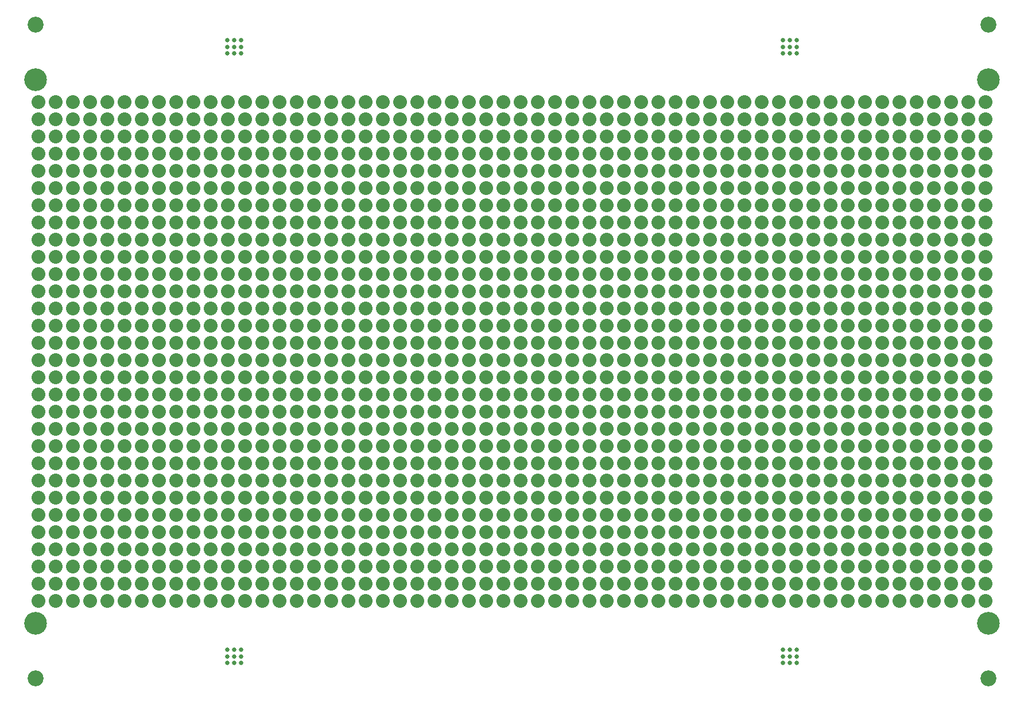
<source format=gbs>
G75*
%MOIN*%
%OFA0B0*%
%FSLAX25Y25*%
%IPPOS*%
%LPD*%
%AMOC8*
5,1,8,0,0,1.08239X$1,22.5*
%
%ADD10C,0.13198*%
%ADD11C,0.02569*%
%ADD12C,0.09261*%
%ADD13C,0.08000*%
D10*
X0016427Y0040580D03*
X0016427Y0356721D03*
X0569576Y0356721D03*
X0569576Y0040580D03*
D11*
X0458356Y0025422D03*
X0458356Y0021485D03*
X0458356Y0017548D03*
X0454419Y0017548D03*
X0454419Y0021485D03*
X0454419Y0025422D03*
X0450482Y0025422D03*
X0450482Y0021485D03*
X0450482Y0017548D03*
X0135521Y0017548D03*
X0131584Y0017548D03*
X0127647Y0017548D03*
X0127647Y0021485D03*
X0127647Y0025422D03*
X0131584Y0025422D03*
X0131584Y0021485D03*
X0135521Y0021485D03*
X0135521Y0025422D03*
X0135521Y0371879D03*
X0135521Y0375816D03*
X0135521Y0379753D03*
X0131584Y0379753D03*
X0127647Y0379753D03*
X0127647Y0375816D03*
X0131584Y0375816D03*
X0131584Y0371879D03*
X0127647Y0371879D03*
X0450482Y0371879D03*
X0450482Y0375816D03*
X0450482Y0379753D03*
X0454419Y0379753D03*
X0458356Y0379753D03*
X0458356Y0375816D03*
X0454419Y0375816D03*
X0454419Y0371879D03*
X0458356Y0371879D03*
D12*
X0016427Y0008690D03*
X0016427Y0388611D03*
X0569576Y0388611D03*
X0569576Y0008690D03*
D13*
X0568001Y0053650D03*
X0558001Y0053650D03*
X0548001Y0053650D03*
X0538001Y0053650D03*
X0528001Y0053650D03*
X0518001Y0053650D03*
X0508001Y0053650D03*
X0498001Y0053650D03*
X0488001Y0053650D03*
X0478001Y0053650D03*
X0468001Y0053650D03*
X0458001Y0053650D03*
X0448001Y0053650D03*
X0438001Y0053650D03*
X0428001Y0053650D03*
X0418001Y0053650D03*
X0408001Y0053650D03*
X0398001Y0053650D03*
X0388001Y0053650D03*
X0378001Y0053650D03*
X0368001Y0053650D03*
X0358001Y0053650D03*
X0348001Y0053650D03*
X0338001Y0053650D03*
X0328001Y0053650D03*
X0318001Y0053650D03*
X0308001Y0053650D03*
X0298001Y0053650D03*
X0288001Y0053650D03*
X0278001Y0053650D03*
X0268001Y0053650D03*
X0258001Y0053650D03*
X0248001Y0053650D03*
X0238001Y0053650D03*
X0228001Y0053650D03*
X0218001Y0053650D03*
X0208001Y0053650D03*
X0198001Y0053650D03*
X0188001Y0053650D03*
X0178001Y0053650D03*
X0168001Y0053650D03*
X0158001Y0053650D03*
X0148001Y0053650D03*
X0138001Y0053650D03*
X0128001Y0053650D03*
X0118001Y0053650D03*
X0108001Y0053650D03*
X0098001Y0053650D03*
X0088001Y0053650D03*
X0078001Y0053650D03*
X0068001Y0053650D03*
X0058001Y0053650D03*
X0048001Y0053650D03*
X0038001Y0053650D03*
X0028001Y0053650D03*
X0018001Y0053650D03*
X0018001Y0063650D03*
X0028001Y0063650D03*
X0028001Y0073650D03*
X0018001Y0073650D03*
X0018001Y0083650D03*
X0028001Y0083650D03*
X0028001Y0093650D03*
X0018001Y0093650D03*
X0018001Y0103650D03*
X0028001Y0103650D03*
X0028001Y0113650D03*
X0018001Y0113650D03*
X0018001Y0123650D03*
X0028001Y0123650D03*
X0028001Y0133650D03*
X0018001Y0133650D03*
X0018001Y0143650D03*
X0028001Y0143650D03*
X0028001Y0153650D03*
X0018001Y0153650D03*
X0018001Y0163650D03*
X0028001Y0163650D03*
X0028001Y0173650D03*
X0018001Y0173650D03*
X0018001Y0183650D03*
X0028001Y0183650D03*
X0028001Y0193650D03*
X0018001Y0193650D03*
X0018001Y0203650D03*
X0028001Y0203650D03*
X0028001Y0213650D03*
X0018001Y0213650D03*
X0018001Y0223650D03*
X0028001Y0223650D03*
X0028001Y0233650D03*
X0018001Y0233650D03*
X0018001Y0243650D03*
X0028001Y0243650D03*
X0028001Y0253650D03*
X0018001Y0253650D03*
X0018001Y0263650D03*
X0028001Y0263650D03*
X0028001Y0273650D03*
X0018001Y0273650D03*
X0018001Y0283650D03*
X0028001Y0283650D03*
X0028001Y0293650D03*
X0018001Y0293650D03*
X0018001Y0303650D03*
X0028001Y0303650D03*
X0028001Y0313650D03*
X0018001Y0313650D03*
X0018001Y0323650D03*
X0028001Y0323650D03*
X0028001Y0333650D03*
X0018001Y0333650D03*
X0018001Y0343650D03*
X0028001Y0343650D03*
X0038001Y0343650D03*
X0048001Y0343650D03*
X0058001Y0343650D03*
X0068001Y0343650D03*
X0078001Y0343650D03*
X0088001Y0343650D03*
X0098001Y0343650D03*
X0108001Y0343650D03*
X0118001Y0343650D03*
X0128001Y0343650D03*
X0138001Y0343650D03*
X0148001Y0343650D03*
X0158001Y0343650D03*
X0168001Y0343650D03*
X0178001Y0343650D03*
X0188001Y0343650D03*
X0198001Y0343650D03*
X0208001Y0343650D03*
X0218001Y0343650D03*
X0228001Y0343650D03*
X0238001Y0343650D03*
X0248001Y0343650D03*
X0258001Y0343650D03*
X0268001Y0343650D03*
X0278001Y0343650D03*
X0288001Y0343650D03*
X0298001Y0343650D03*
X0308001Y0343650D03*
X0318001Y0343650D03*
X0328001Y0343650D03*
X0338001Y0343650D03*
X0348001Y0343650D03*
X0358001Y0343650D03*
X0368001Y0343650D03*
X0378001Y0343650D03*
X0388001Y0343650D03*
X0398001Y0343650D03*
X0408001Y0343650D03*
X0418001Y0343650D03*
X0428001Y0343650D03*
X0438001Y0343650D03*
X0448001Y0343650D03*
X0458001Y0343650D03*
X0468001Y0343650D03*
X0478001Y0343650D03*
X0488001Y0343650D03*
X0498001Y0343650D03*
X0508001Y0343650D03*
X0518001Y0343650D03*
X0528001Y0343650D03*
X0538001Y0343650D03*
X0548001Y0343650D03*
X0558001Y0343650D03*
X0568001Y0343650D03*
X0568001Y0333650D03*
X0558001Y0333650D03*
X0548001Y0333650D03*
X0538001Y0333650D03*
X0528001Y0333650D03*
X0518001Y0333650D03*
X0508001Y0333650D03*
X0498001Y0333650D03*
X0488001Y0333650D03*
X0478001Y0333650D03*
X0468001Y0333650D03*
X0458001Y0333650D03*
X0448001Y0333650D03*
X0438001Y0333650D03*
X0428001Y0333650D03*
X0418001Y0333650D03*
X0408001Y0333650D03*
X0398001Y0333650D03*
X0388001Y0333650D03*
X0378001Y0333650D03*
X0368001Y0333650D03*
X0358001Y0333650D03*
X0348001Y0333650D03*
X0338001Y0333650D03*
X0328001Y0333650D03*
X0318001Y0333650D03*
X0308001Y0333650D03*
X0298001Y0333650D03*
X0288001Y0333650D03*
X0278001Y0333650D03*
X0268001Y0333650D03*
X0258001Y0333650D03*
X0248001Y0333650D03*
X0238001Y0333650D03*
X0228001Y0333650D03*
X0218001Y0333650D03*
X0208001Y0333650D03*
X0198001Y0333650D03*
X0188001Y0333650D03*
X0178001Y0333650D03*
X0168001Y0333650D03*
X0158001Y0333650D03*
X0148001Y0333650D03*
X0138001Y0333650D03*
X0128001Y0333650D03*
X0118001Y0333650D03*
X0108001Y0333650D03*
X0098001Y0333650D03*
X0088001Y0333650D03*
X0078001Y0333650D03*
X0068001Y0333650D03*
X0058001Y0333650D03*
X0048001Y0333650D03*
X0038001Y0333650D03*
X0038001Y0323650D03*
X0048001Y0323650D03*
X0058001Y0323650D03*
X0068001Y0323650D03*
X0078001Y0323650D03*
X0088001Y0323650D03*
X0098001Y0323650D03*
X0108001Y0323650D03*
X0118001Y0323650D03*
X0128001Y0323650D03*
X0138001Y0323650D03*
X0148001Y0323650D03*
X0158001Y0323650D03*
X0168001Y0323650D03*
X0178001Y0323650D03*
X0188001Y0323650D03*
X0198001Y0323650D03*
X0208001Y0323650D03*
X0218001Y0323650D03*
X0228001Y0323650D03*
X0238001Y0323650D03*
X0248001Y0323650D03*
X0258001Y0323650D03*
X0268001Y0323650D03*
X0278001Y0323650D03*
X0288001Y0323650D03*
X0298001Y0323650D03*
X0308001Y0323650D03*
X0318001Y0323650D03*
X0328001Y0323650D03*
X0338001Y0323650D03*
X0348001Y0323650D03*
X0358001Y0323650D03*
X0368001Y0323650D03*
X0378001Y0323650D03*
X0388001Y0323650D03*
X0398001Y0323650D03*
X0408001Y0323650D03*
X0418001Y0323650D03*
X0428001Y0323650D03*
X0438001Y0323650D03*
X0448001Y0323650D03*
X0458001Y0323650D03*
X0468001Y0323650D03*
X0478001Y0323650D03*
X0488001Y0323650D03*
X0498001Y0323650D03*
X0508001Y0323650D03*
X0518001Y0323650D03*
X0528001Y0323650D03*
X0538001Y0323650D03*
X0548001Y0323650D03*
X0558001Y0323650D03*
X0568001Y0323650D03*
X0568001Y0313650D03*
X0558001Y0313650D03*
X0548001Y0313650D03*
X0538001Y0313650D03*
X0528001Y0313650D03*
X0518001Y0313650D03*
X0508001Y0313650D03*
X0498001Y0313650D03*
X0488001Y0313650D03*
X0478001Y0313650D03*
X0468001Y0313650D03*
X0458001Y0313650D03*
X0448001Y0313650D03*
X0438001Y0313650D03*
X0428001Y0313650D03*
X0418001Y0313650D03*
X0408001Y0313650D03*
X0398001Y0313650D03*
X0388001Y0313650D03*
X0378001Y0313650D03*
X0368001Y0313650D03*
X0358001Y0313650D03*
X0348001Y0313650D03*
X0338001Y0313650D03*
X0328001Y0313650D03*
X0318001Y0313650D03*
X0308001Y0313650D03*
X0298001Y0313650D03*
X0288001Y0313650D03*
X0278001Y0313650D03*
X0268001Y0313650D03*
X0258001Y0313650D03*
X0248001Y0313650D03*
X0238001Y0313650D03*
X0228001Y0313650D03*
X0218001Y0313650D03*
X0208001Y0313650D03*
X0198001Y0313650D03*
X0188001Y0313650D03*
X0178001Y0313650D03*
X0168001Y0313650D03*
X0158001Y0313650D03*
X0148001Y0313650D03*
X0138001Y0313650D03*
X0128001Y0313650D03*
X0118001Y0313650D03*
X0108001Y0313650D03*
X0098001Y0313650D03*
X0088001Y0313650D03*
X0078001Y0313650D03*
X0068001Y0313650D03*
X0058001Y0313650D03*
X0048001Y0313650D03*
X0038001Y0313650D03*
X0038001Y0303650D03*
X0048001Y0303650D03*
X0058001Y0303650D03*
X0068001Y0303650D03*
X0078001Y0303650D03*
X0088001Y0303650D03*
X0098001Y0303650D03*
X0108001Y0303650D03*
X0118001Y0303650D03*
X0128001Y0303650D03*
X0138001Y0303650D03*
X0148001Y0303650D03*
X0158001Y0303650D03*
X0168001Y0303650D03*
X0178001Y0303650D03*
X0188001Y0303650D03*
X0198001Y0303650D03*
X0208001Y0303650D03*
X0218001Y0303650D03*
X0228001Y0303650D03*
X0238001Y0303650D03*
X0248001Y0303650D03*
X0258001Y0303650D03*
X0268001Y0303650D03*
X0278001Y0303650D03*
X0288001Y0303650D03*
X0298001Y0303650D03*
X0308001Y0303650D03*
X0318001Y0303650D03*
X0328001Y0303650D03*
X0338001Y0303650D03*
X0348001Y0303650D03*
X0358001Y0303650D03*
X0368001Y0303650D03*
X0378001Y0303650D03*
X0388001Y0303650D03*
X0398001Y0303650D03*
X0408001Y0303650D03*
X0418001Y0303650D03*
X0428001Y0303650D03*
X0438001Y0303650D03*
X0448001Y0303650D03*
X0458001Y0303650D03*
X0468001Y0303650D03*
X0478001Y0303650D03*
X0488001Y0303650D03*
X0498001Y0303650D03*
X0508001Y0303650D03*
X0518001Y0303650D03*
X0528001Y0303650D03*
X0538001Y0303650D03*
X0548001Y0303650D03*
X0558001Y0303650D03*
X0568001Y0303650D03*
X0568001Y0293650D03*
X0558001Y0293650D03*
X0548001Y0293650D03*
X0538001Y0293650D03*
X0528001Y0293650D03*
X0518001Y0293650D03*
X0508001Y0293650D03*
X0498001Y0293650D03*
X0488001Y0293650D03*
X0478001Y0293650D03*
X0468001Y0293650D03*
X0458001Y0293650D03*
X0448001Y0293650D03*
X0438001Y0293650D03*
X0428001Y0293650D03*
X0418001Y0293650D03*
X0408001Y0293650D03*
X0398001Y0293650D03*
X0388001Y0293650D03*
X0378001Y0293650D03*
X0368001Y0293650D03*
X0358001Y0293650D03*
X0348001Y0293650D03*
X0338001Y0293650D03*
X0328001Y0293650D03*
X0318001Y0293650D03*
X0308001Y0293650D03*
X0298001Y0293650D03*
X0288001Y0293650D03*
X0278001Y0293650D03*
X0268001Y0293650D03*
X0258001Y0293650D03*
X0248001Y0293650D03*
X0238001Y0293650D03*
X0228001Y0293650D03*
X0218001Y0293650D03*
X0208001Y0293650D03*
X0198001Y0293650D03*
X0188001Y0293650D03*
X0178001Y0293650D03*
X0168001Y0293650D03*
X0158001Y0293650D03*
X0148001Y0293650D03*
X0138001Y0293650D03*
X0128001Y0293650D03*
X0118001Y0293650D03*
X0108001Y0293650D03*
X0098001Y0293650D03*
X0088001Y0293650D03*
X0078001Y0293650D03*
X0068001Y0293650D03*
X0058001Y0293650D03*
X0048001Y0293650D03*
X0038001Y0293650D03*
X0038001Y0283650D03*
X0048001Y0283650D03*
X0058001Y0283650D03*
X0068001Y0283650D03*
X0078001Y0283650D03*
X0088001Y0283650D03*
X0098001Y0283650D03*
X0108001Y0283650D03*
X0118001Y0283650D03*
X0128001Y0283650D03*
X0138001Y0283650D03*
X0148001Y0283650D03*
X0158001Y0283650D03*
X0168001Y0283650D03*
X0178001Y0283650D03*
X0188001Y0283650D03*
X0198001Y0283650D03*
X0208001Y0283650D03*
X0218001Y0283650D03*
X0228001Y0283650D03*
X0238001Y0283650D03*
X0248001Y0283650D03*
X0258001Y0283650D03*
X0268001Y0283650D03*
X0278001Y0283650D03*
X0288001Y0283650D03*
X0298001Y0283650D03*
X0308001Y0283650D03*
X0318001Y0283650D03*
X0328001Y0283650D03*
X0338001Y0283650D03*
X0348001Y0283650D03*
X0358001Y0283650D03*
X0368001Y0283650D03*
X0378001Y0283650D03*
X0388001Y0283650D03*
X0398001Y0283650D03*
X0408001Y0283650D03*
X0418001Y0283650D03*
X0428001Y0283650D03*
X0438001Y0283650D03*
X0448001Y0283650D03*
X0458001Y0283650D03*
X0468001Y0283650D03*
X0478001Y0283650D03*
X0488001Y0283650D03*
X0498001Y0283650D03*
X0508001Y0283650D03*
X0518001Y0283650D03*
X0528001Y0283650D03*
X0538001Y0283650D03*
X0548001Y0283650D03*
X0558001Y0283650D03*
X0568001Y0283650D03*
X0568001Y0273650D03*
X0558001Y0273650D03*
X0548001Y0273650D03*
X0538001Y0273650D03*
X0528001Y0273650D03*
X0518001Y0273650D03*
X0508001Y0273650D03*
X0498001Y0273650D03*
X0488001Y0273650D03*
X0478001Y0273650D03*
X0468001Y0273650D03*
X0458001Y0273650D03*
X0448001Y0273650D03*
X0438001Y0273650D03*
X0428001Y0273650D03*
X0418001Y0273650D03*
X0408001Y0273650D03*
X0398001Y0273650D03*
X0388001Y0273650D03*
X0378001Y0273650D03*
X0368001Y0273650D03*
X0358001Y0273650D03*
X0348001Y0273650D03*
X0338001Y0273650D03*
X0328001Y0273650D03*
X0318001Y0273650D03*
X0308001Y0273650D03*
X0298001Y0273650D03*
X0288001Y0273650D03*
X0278001Y0273650D03*
X0268001Y0273650D03*
X0258001Y0273650D03*
X0248001Y0273650D03*
X0238001Y0273650D03*
X0228001Y0273650D03*
X0218001Y0273650D03*
X0208001Y0273650D03*
X0198001Y0273650D03*
X0188001Y0273650D03*
X0178001Y0273650D03*
X0168001Y0273650D03*
X0158001Y0273650D03*
X0148001Y0273650D03*
X0138001Y0273650D03*
X0128001Y0273650D03*
X0118001Y0273650D03*
X0108001Y0273650D03*
X0098001Y0273650D03*
X0088001Y0273650D03*
X0078001Y0273650D03*
X0068001Y0273650D03*
X0058001Y0273650D03*
X0048001Y0273650D03*
X0038001Y0273650D03*
X0038001Y0263650D03*
X0048001Y0263650D03*
X0058001Y0263650D03*
X0068001Y0263650D03*
X0078001Y0263650D03*
X0088001Y0263650D03*
X0098001Y0263650D03*
X0108001Y0263650D03*
X0118001Y0263650D03*
X0128001Y0263650D03*
X0138001Y0263650D03*
X0148001Y0263650D03*
X0158001Y0263650D03*
X0168001Y0263650D03*
X0178001Y0263650D03*
X0188001Y0263650D03*
X0198001Y0263650D03*
X0208001Y0263650D03*
X0218001Y0263650D03*
X0228001Y0263650D03*
X0238001Y0263650D03*
X0248001Y0263650D03*
X0258001Y0263650D03*
X0268001Y0263650D03*
X0278001Y0263650D03*
X0288001Y0263650D03*
X0298001Y0263650D03*
X0308001Y0263650D03*
X0318001Y0263650D03*
X0328001Y0263650D03*
X0338001Y0263650D03*
X0348001Y0263650D03*
X0358001Y0263650D03*
X0368001Y0263650D03*
X0378001Y0263650D03*
X0388001Y0263650D03*
X0398001Y0263650D03*
X0408001Y0263650D03*
X0418001Y0263650D03*
X0428001Y0263650D03*
X0438001Y0263650D03*
X0448001Y0263650D03*
X0458001Y0263650D03*
X0468001Y0263650D03*
X0478001Y0263650D03*
X0488001Y0263650D03*
X0498001Y0263650D03*
X0508001Y0263650D03*
X0518001Y0263650D03*
X0528001Y0263650D03*
X0538001Y0263650D03*
X0548001Y0263650D03*
X0558001Y0263650D03*
X0568001Y0263650D03*
X0568001Y0253650D03*
X0558001Y0253650D03*
X0548001Y0253650D03*
X0538001Y0253650D03*
X0528001Y0253650D03*
X0518001Y0253650D03*
X0508001Y0253650D03*
X0498001Y0253650D03*
X0488001Y0253650D03*
X0478001Y0253650D03*
X0468001Y0253650D03*
X0458001Y0253650D03*
X0448001Y0253650D03*
X0438001Y0253650D03*
X0428001Y0253650D03*
X0418001Y0253650D03*
X0408001Y0253650D03*
X0398001Y0253650D03*
X0388001Y0253650D03*
X0378001Y0253650D03*
X0368001Y0253650D03*
X0358001Y0253650D03*
X0348001Y0253650D03*
X0338001Y0253650D03*
X0328001Y0253650D03*
X0318001Y0253650D03*
X0308001Y0253650D03*
X0298001Y0253650D03*
X0288001Y0253650D03*
X0278001Y0253650D03*
X0268001Y0253650D03*
X0258001Y0253650D03*
X0248001Y0253650D03*
X0238001Y0253650D03*
X0228001Y0253650D03*
X0218001Y0253650D03*
X0208001Y0253650D03*
X0198001Y0253650D03*
X0188001Y0253650D03*
X0178001Y0253650D03*
X0168001Y0253650D03*
X0158001Y0253650D03*
X0148001Y0253650D03*
X0138001Y0253650D03*
X0128001Y0253650D03*
X0118001Y0253650D03*
X0108001Y0253650D03*
X0098001Y0253650D03*
X0088001Y0253650D03*
X0078001Y0253650D03*
X0068001Y0253650D03*
X0058001Y0253650D03*
X0048001Y0253650D03*
X0038001Y0253650D03*
X0038001Y0243650D03*
X0048001Y0243650D03*
X0058001Y0243650D03*
X0068001Y0243650D03*
X0078001Y0243650D03*
X0088001Y0243650D03*
X0098001Y0243650D03*
X0108001Y0243650D03*
X0118001Y0243650D03*
X0128001Y0243650D03*
X0138001Y0243650D03*
X0148001Y0243650D03*
X0158001Y0243650D03*
X0168001Y0243650D03*
X0178001Y0243650D03*
X0188001Y0243650D03*
X0198001Y0243650D03*
X0208001Y0243650D03*
X0218001Y0243650D03*
X0228001Y0243650D03*
X0238001Y0243650D03*
X0248001Y0243650D03*
X0258001Y0243650D03*
X0268001Y0243650D03*
X0278001Y0243650D03*
X0288001Y0243650D03*
X0298001Y0243650D03*
X0308001Y0243650D03*
X0318001Y0243650D03*
X0328001Y0243650D03*
X0338001Y0243650D03*
X0348001Y0243650D03*
X0358001Y0243650D03*
X0368001Y0243650D03*
X0378001Y0243650D03*
X0388001Y0243650D03*
X0398001Y0243650D03*
X0408001Y0243650D03*
X0418001Y0243650D03*
X0428001Y0243650D03*
X0438001Y0243650D03*
X0448001Y0243650D03*
X0458001Y0243650D03*
X0468001Y0243650D03*
X0478001Y0243650D03*
X0488001Y0243650D03*
X0498001Y0243650D03*
X0508001Y0243650D03*
X0518001Y0243650D03*
X0528001Y0243650D03*
X0538001Y0243650D03*
X0548001Y0243650D03*
X0558001Y0243650D03*
X0568001Y0243650D03*
X0568001Y0233650D03*
X0558001Y0233650D03*
X0548001Y0233650D03*
X0538001Y0233650D03*
X0528001Y0233650D03*
X0518001Y0233650D03*
X0508001Y0233650D03*
X0498001Y0233650D03*
X0488001Y0233650D03*
X0478001Y0233650D03*
X0468001Y0233650D03*
X0458001Y0233650D03*
X0448001Y0233650D03*
X0438001Y0233650D03*
X0428001Y0233650D03*
X0418001Y0233650D03*
X0408001Y0233650D03*
X0398001Y0233650D03*
X0388001Y0233650D03*
X0378001Y0233650D03*
X0368001Y0233650D03*
X0358001Y0233650D03*
X0348001Y0233650D03*
X0338001Y0233650D03*
X0328001Y0233650D03*
X0318001Y0233650D03*
X0308001Y0233650D03*
X0298001Y0233650D03*
X0288001Y0233650D03*
X0278001Y0233650D03*
X0268001Y0233650D03*
X0258001Y0233650D03*
X0248001Y0233650D03*
X0238001Y0233650D03*
X0228001Y0233650D03*
X0218001Y0233650D03*
X0208001Y0233650D03*
X0198001Y0233650D03*
X0188001Y0233650D03*
X0178001Y0233650D03*
X0168001Y0233650D03*
X0158001Y0233650D03*
X0148001Y0233650D03*
X0138001Y0233650D03*
X0128001Y0233650D03*
X0118001Y0233650D03*
X0108001Y0233650D03*
X0098001Y0233650D03*
X0088001Y0233650D03*
X0078001Y0233650D03*
X0068001Y0233650D03*
X0058001Y0233650D03*
X0048001Y0233650D03*
X0038001Y0233650D03*
X0038001Y0223650D03*
X0048001Y0223650D03*
X0058001Y0223650D03*
X0068001Y0223650D03*
X0078001Y0223650D03*
X0088001Y0223650D03*
X0098001Y0223650D03*
X0108001Y0223650D03*
X0118001Y0223650D03*
X0128001Y0223650D03*
X0138001Y0223650D03*
X0148001Y0223650D03*
X0158001Y0223650D03*
X0168001Y0223650D03*
X0178001Y0223650D03*
X0188001Y0223650D03*
X0198001Y0223650D03*
X0208001Y0223650D03*
X0218001Y0223650D03*
X0228001Y0223650D03*
X0238001Y0223650D03*
X0248001Y0223650D03*
X0258001Y0223650D03*
X0268001Y0223650D03*
X0278001Y0223650D03*
X0288001Y0223650D03*
X0298001Y0223650D03*
X0308001Y0223650D03*
X0318001Y0223650D03*
X0328001Y0223650D03*
X0338001Y0223650D03*
X0348001Y0223650D03*
X0358001Y0223650D03*
X0368001Y0223650D03*
X0378001Y0223650D03*
X0388001Y0223650D03*
X0398001Y0223650D03*
X0408001Y0223650D03*
X0418001Y0223650D03*
X0428001Y0223650D03*
X0438001Y0223650D03*
X0448001Y0223650D03*
X0458001Y0223650D03*
X0468001Y0223650D03*
X0478001Y0223650D03*
X0488001Y0223650D03*
X0498001Y0223650D03*
X0508001Y0223650D03*
X0518001Y0223650D03*
X0528001Y0223650D03*
X0538001Y0223650D03*
X0548001Y0223650D03*
X0558001Y0223650D03*
X0568001Y0223650D03*
X0568001Y0213650D03*
X0558001Y0213650D03*
X0548001Y0213650D03*
X0538001Y0213650D03*
X0528001Y0213650D03*
X0518001Y0213650D03*
X0508001Y0213650D03*
X0498001Y0213650D03*
X0488001Y0213650D03*
X0478001Y0213650D03*
X0468001Y0213650D03*
X0458001Y0213650D03*
X0448001Y0213650D03*
X0438001Y0213650D03*
X0428001Y0213650D03*
X0418001Y0213650D03*
X0408001Y0213650D03*
X0398001Y0213650D03*
X0388001Y0213650D03*
X0378001Y0213650D03*
X0368001Y0213650D03*
X0358001Y0213650D03*
X0348001Y0213650D03*
X0338001Y0213650D03*
X0328001Y0213650D03*
X0318001Y0213650D03*
X0308001Y0213650D03*
X0298001Y0213650D03*
X0288001Y0213650D03*
X0278001Y0213650D03*
X0268001Y0213650D03*
X0258001Y0213650D03*
X0248001Y0213650D03*
X0238001Y0213650D03*
X0228001Y0213650D03*
X0218001Y0213650D03*
X0208001Y0213650D03*
X0198001Y0213650D03*
X0188001Y0213650D03*
X0178001Y0213650D03*
X0168001Y0213650D03*
X0158001Y0213650D03*
X0148001Y0213650D03*
X0138001Y0213650D03*
X0128001Y0213650D03*
X0118001Y0213650D03*
X0108001Y0213650D03*
X0098001Y0213650D03*
X0088001Y0213650D03*
X0078001Y0213650D03*
X0068001Y0213650D03*
X0058001Y0213650D03*
X0048001Y0213650D03*
X0038001Y0213650D03*
X0038001Y0203650D03*
X0048001Y0203650D03*
X0058001Y0203650D03*
X0068001Y0203650D03*
X0078001Y0203650D03*
X0088001Y0203650D03*
X0098001Y0203650D03*
X0108001Y0203650D03*
X0118001Y0203650D03*
X0128001Y0203650D03*
X0138001Y0203650D03*
X0148001Y0203650D03*
X0158001Y0203650D03*
X0168001Y0203650D03*
X0178001Y0203650D03*
X0188001Y0203650D03*
X0198001Y0203650D03*
X0208001Y0203650D03*
X0218001Y0203650D03*
X0228001Y0203650D03*
X0238001Y0203650D03*
X0248001Y0203650D03*
X0258001Y0203650D03*
X0268001Y0203650D03*
X0278001Y0203650D03*
X0288001Y0203650D03*
X0298001Y0203650D03*
X0308001Y0203650D03*
X0318001Y0203650D03*
X0328001Y0203650D03*
X0338001Y0203650D03*
X0348001Y0203650D03*
X0358001Y0203650D03*
X0368001Y0203650D03*
X0378001Y0203650D03*
X0388001Y0203650D03*
X0398001Y0203650D03*
X0408001Y0203650D03*
X0418001Y0203650D03*
X0428001Y0203650D03*
X0438001Y0203650D03*
X0448001Y0203650D03*
X0458001Y0203650D03*
X0468001Y0203650D03*
X0478001Y0203650D03*
X0488001Y0203650D03*
X0498001Y0203650D03*
X0508001Y0203650D03*
X0518001Y0203650D03*
X0528001Y0203650D03*
X0538001Y0203650D03*
X0548001Y0203650D03*
X0558001Y0203650D03*
X0568001Y0203650D03*
X0568001Y0193650D03*
X0558001Y0193650D03*
X0548001Y0193650D03*
X0538001Y0193650D03*
X0528001Y0193650D03*
X0518001Y0193650D03*
X0508001Y0193650D03*
X0498001Y0193650D03*
X0488001Y0193650D03*
X0478001Y0193650D03*
X0468001Y0193650D03*
X0458001Y0193650D03*
X0448001Y0193650D03*
X0438001Y0193650D03*
X0428001Y0193650D03*
X0418001Y0193650D03*
X0408001Y0193650D03*
X0398001Y0193650D03*
X0388001Y0193650D03*
X0378001Y0193650D03*
X0368001Y0193650D03*
X0358001Y0193650D03*
X0348001Y0193650D03*
X0338001Y0193650D03*
X0328001Y0193650D03*
X0318001Y0193650D03*
X0308001Y0193650D03*
X0298001Y0193650D03*
X0288001Y0193650D03*
X0278001Y0193650D03*
X0268001Y0193650D03*
X0258001Y0193650D03*
X0248001Y0193650D03*
X0238001Y0193650D03*
X0228001Y0193650D03*
X0218001Y0193650D03*
X0208001Y0193650D03*
X0198001Y0193650D03*
X0188001Y0193650D03*
X0178001Y0193650D03*
X0168001Y0193650D03*
X0158001Y0193650D03*
X0148001Y0193650D03*
X0138001Y0193650D03*
X0128001Y0193650D03*
X0118001Y0193650D03*
X0108001Y0193650D03*
X0098001Y0193650D03*
X0088001Y0193650D03*
X0078001Y0193650D03*
X0068001Y0193650D03*
X0058001Y0193650D03*
X0048001Y0193650D03*
X0038001Y0193650D03*
X0038001Y0183650D03*
X0048001Y0183650D03*
X0058001Y0183650D03*
X0068001Y0183650D03*
X0078001Y0183650D03*
X0088001Y0183650D03*
X0098001Y0183650D03*
X0108001Y0183650D03*
X0118001Y0183650D03*
X0128001Y0183650D03*
X0138001Y0183650D03*
X0148001Y0183650D03*
X0158001Y0183650D03*
X0168001Y0183650D03*
X0178001Y0183650D03*
X0188001Y0183650D03*
X0198001Y0183650D03*
X0208001Y0183650D03*
X0218001Y0183650D03*
X0228001Y0183650D03*
X0238001Y0183650D03*
X0248001Y0183650D03*
X0258001Y0183650D03*
X0268001Y0183650D03*
X0278001Y0183650D03*
X0288001Y0183650D03*
X0298001Y0183650D03*
X0308001Y0183650D03*
X0318001Y0183650D03*
X0328001Y0183650D03*
X0338001Y0183650D03*
X0348001Y0183650D03*
X0358001Y0183650D03*
X0368001Y0183650D03*
X0378001Y0183650D03*
X0388001Y0183650D03*
X0398001Y0183650D03*
X0408001Y0183650D03*
X0418001Y0183650D03*
X0428001Y0183650D03*
X0438001Y0183650D03*
X0448001Y0183650D03*
X0458001Y0183650D03*
X0468001Y0183650D03*
X0478001Y0183650D03*
X0488001Y0183650D03*
X0498001Y0183650D03*
X0508001Y0183650D03*
X0518001Y0183650D03*
X0528001Y0183650D03*
X0538001Y0183650D03*
X0548001Y0183650D03*
X0558001Y0183650D03*
X0568001Y0183650D03*
X0568001Y0173650D03*
X0558001Y0173650D03*
X0548001Y0173650D03*
X0538001Y0173650D03*
X0528001Y0173650D03*
X0518001Y0173650D03*
X0508001Y0173650D03*
X0498001Y0173650D03*
X0488001Y0173650D03*
X0478001Y0173650D03*
X0468001Y0173650D03*
X0458001Y0173650D03*
X0448001Y0173650D03*
X0438001Y0173650D03*
X0428001Y0173650D03*
X0418001Y0173650D03*
X0408001Y0173650D03*
X0398001Y0173650D03*
X0388001Y0173650D03*
X0378001Y0173650D03*
X0368001Y0173650D03*
X0358001Y0173650D03*
X0348001Y0173650D03*
X0338001Y0173650D03*
X0328001Y0173650D03*
X0318001Y0173650D03*
X0308001Y0173650D03*
X0298001Y0173650D03*
X0288001Y0173650D03*
X0278001Y0173650D03*
X0268001Y0173650D03*
X0258001Y0173650D03*
X0248001Y0173650D03*
X0238001Y0173650D03*
X0228001Y0173650D03*
X0218001Y0173650D03*
X0208001Y0173650D03*
X0198001Y0173650D03*
X0188001Y0173650D03*
X0178001Y0173650D03*
X0168001Y0173650D03*
X0158001Y0173650D03*
X0148001Y0173650D03*
X0138001Y0173650D03*
X0128001Y0173650D03*
X0118001Y0173650D03*
X0108001Y0173650D03*
X0098001Y0173650D03*
X0088001Y0173650D03*
X0078001Y0173650D03*
X0068001Y0173650D03*
X0058001Y0173650D03*
X0048001Y0173650D03*
X0038001Y0173650D03*
X0038001Y0163650D03*
X0048001Y0163650D03*
X0058001Y0163650D03*
X0068001Y0163650D03*
X0078001Y0163650D03*
X0088001Y0163650D03*
X0098001Y0163650D03*
X0108001Y0163650D03*
X0118001Y0163650D03*
X0128001Y0163650D03*
X0138001Y0163650D03*
X0148001Y0163650D03*
X0158001Y0163650D03*
X0168001Y0163650D03*
X0178001Y0163650D03*
X0188001Y0163650D03*
X0198001Y0163650D03*
X0208001Y0163650D03*
X0218001Y0163650D03*
X0228001Y0163650D03*
X0238001Y0163650D03*
X0248001Y0163650D03*
X0258001Y0163650D03*
X0268001Y0163650D03*
X0278001Y0163650D03*
X0288001Y0163650D03*
X0298001Y0163650D03*
X0308001Y0163650D03*
X0318001Y0163650D03*
X0328001Y0163650D03*
X0338001Y0163650D03*
X0348001Y0163650D03*
X0358001Y0163650D03*
X0368001Y0163650D03*
X0378001Y0163650D03*
X0388001Y0163650D03*
X0398001Y0163650D03*
X0408001Y0163650D03*
X0418001Y0163650D03*
X0428001Y0163650D03*
X0438001Y0163650D03*
X0448001Y0163650D03*
X0458001Y0163650D03*
X0468001Y0163650D03*
X0478001Y0163650D03*
X0488001Y0163650D03*
X0498001Y0163650D03*
X0508001Y0163650D03*
X0518001Y0163650D03*
X0528001Y0163650D03*
X0538001Y0163650D03*
X0548001Y0163650D03*
X0558001Y0163650D03*
X0568001Y0163650D03*
X0568001Y0153650D03*
X0558001Y0153650D03*
X0548001Y0153650D03*
X0538001Y0153650D03*
X0528001Y0153650D03*
X0518001Y0153650D03*
X0508001Y0153650D03*
X0498001Y0153650D03*
X0488001Y0153650D03*
X0478001Y0153650D03*
X0468001Y0153650D03*
X0458001Y0153650D03*
X0448001Y0153650D03*
X0438001Y0153650D03*
X0428001Y0153650D03*
X0418001Y0153650D03*
X0408001Y0153650D03*
X0398001Y0153650D03*
X0388001Y0153650D03*
X0378001Y0153650D03*
X0368001Y0153650D03*
X0358001Y0153650D03*
X0348001Y0153650D03*
X0338001Y0153650D03*
X0328001Y0153650D03*
X0318001Y0153650D03*
X0308001Y0153650D03*
X0298001Y0153650D03*
X0288001Y0153650D03*
X0278001Y0153650D03*
X0268001Y0153650D03*
X0258001Y0153650D03*
X0248001Y0153650D03*
X0238001Y0153650D03*
X0228001Y0153650D03*
X0218001Y0153650D03*
X0208001Y0153650D03*
X0198001Y0153650D03*
X0188001Y0153650D03*
X0178001Y0153650D03*
X0168001Y0153650D03*
X0158001Y0153650D03*
X0148001Y0153650D03*
X0138001Y0153650D03*
X0128001Y0153650D03*
X0118001Y0153650D03*
X0108001Y0153650D03*
X0098001Y0153650D03*
X0088001Y0153650D03*
X0078001Y0153650D03*
X0068001Y0153650D03*
X0058001Y0153650D03*
X0048001Y0153650D03*
X0038001Y0153650D03*
X0038001Y0143650D03*
X0048001Y0143650D03*
X0058001Y0143650D03*
X0068001Y0143650D03*
X0078001Y0143650D03*
X0088001Y0143650D03*
X0098001Y0143650D03*
X0108001Y0143650D03*
X0118001Y0143650D03*
X0128001Y0143650D03*
X0138001Y0143650D03*
X0148001Y0143650D03*
X0158001Y0143650D03*
X0168001Y0143650D03*
X0178001Y0143650D03*
X0188001Y0143650D03*
X0198001Y0143650D03*
X0208001Y0143650D03*
X0218001Y0143650D03*
X0228001Y0143650D03*
X0238001Y0143650D03*
X0248001Y0143650D03*
X0258001Y0143650D03*
X0268001Y0143650D03*
X0278001Y0143650D03*
X0288001Y0143650D03*
X0298001Y0143650D03*
X0308001Y0143650D03*
X0318001Y0143650D03*
X0328001Y0143650D03*
X0338001Y0143650D03*
X0348001Y0143650D03*
X0358001Y0143650D03*
X0368001Y0143650D03*
X0378001Y0143650D03*
X0388001Y0143650D03*
X0398001Y0143650D03*
X0408001Y0143650D03*
X0418001Y0143650D03*
X0428001Y0143650D03*
X0438001Y0143650D03*
X0448001Y0143650D03*
X0458001Y0143650D03*
X0468001Y0143650D03*
X0478001Y0143650D03*
X0488001Y0143650D03*
X0498001Y0143650D03*
X0508001Y0143650D03*
X0518001Y0143650D03*
X0528001Y0143650D03*
X0538001Y0143650D03*
X0548001Y0143650D03*
X0558001Y0143650D03*
X0568001Y0143650D03*
X0568001Y0133650D03*
X0558001Y0133650D03*
X0548001Y0133650D03*
X0538001Y0133650D03*
X0528001Y0133650D03*
X0518001Y0133650D03*
X0508001Y0133650D03*
X0498001Y0133650D03*
X0488001Y0133650D03*
X0478001Y0133650D03*
X0468001Y0133650D03*
X0458001Y0133650D03*
X0448001Y0133650D03*
X0438001Y0133650D03*
X0428001Y0133650D03*
X0418001Y0133650D03*
X0408001Y0133650D03*
X0398001Y0133650D03*
X0388001Y0133650D03*
X0378001Y0133650D03*
X0368001Y0133650D03*
X0358001Y0133650D03*
X0348001Y0133650D03*
X0338001Y0133650D03*
X0328001Y0133650D03*
X0318001Y0133650D03*
X0308001Y0133650D03*
X0298001Y0133650D03*
X0288001Y0133650D03*
X0278001Y0133650D03*
X0268001Y0133650D03*
X0258001Y0133650D03*
X0248001Y0133650D03*
X0238001Y0133650D03*
X0228001Y0133650D03*
X0218001Y0133650D03*
X0208001Y0133650D03*
X0198001Y0133650D03*
X0188001Y0133650D03*
X0178001Y0133650D03*
X0168001Y0133650D03*
X0158001Y0133650D03*
X0148001Y0133650D03*
X0138001Y0133650D03*
X0128001Y0133650D03*
X0118001Y0133650D03*
X0108001Y0133650D03*
X0098001Y0133650D03*
X0088001Y0133650D03*
X0078001Y0133650D03*
X0068001Y0133650D03*
X0058001Y0133650D03*
X0048001Y0133650D03*
X0038001Y0133650D03*
X0038001Y0123650D03*
X0048001Y0123650D03*
X0058001Y0123650D03*
X0068001Y0123650D03*
X0078001Y0123650D03*
X0088001Y0123650D03*
X0098001Y0123650D03*
X0108001Y0123650D03*
X0118001Y0123650D03*
X0128001Y0123650D03*
X0138001Y0123650D03*
X0148001Y0123650D03*
X0158001Y0123650D03*
X0168001Y0123650D03*
X0178001Y0123650D03*
X0188001Y0123650D03*
X0198001Y0123650D03*
X0208001Y0123650D03*
X0218001Y0123650D03*
X0228001Y0123650D03*
X0238001Y0123650D03*
X0248001Y0123650D03*
X0258001Y0123650D03*
X0268001Y0123650D03*
X0278001Y0123650D03*
X0288001Y0123650D03*
X0298001Y0123650D03*
X0308001Y0123650D03*
X0318001Y0123650D03*
X0328001Y0123650D03*
X0338001Y0123650D03*
X0348001Y0123650D03*
X0358001Y0123650D03*
X0368001Y0123650D03*
X0378001Y0123650D03*
X0388001Y0123650D03*
X0398001Y0123650D03*
X0408001Y0123650D03*
X0418001Y0123650D03*
X0428001Y0123650D03*
X0438001Y0123650D03*
X0448001Y0123650D03*
X0458001Y0123650D03*
X0468001Y0123650D03*
X0478001Y0123650D03*
X0488001Y0123650D03*
X0498001Y0123650D03*
X0508001Y0123650D03*
X0518001Y0123650D03*
X0528001Y0123650D03*
X0538001Y0123650D03*
X0548001Y0123650D03*
X0558001Y0123650D03*
X0568001Y0123650D03*
X0568001Y0113650D03*
X0558001Y0113650D03*
X0548001Y0113650D03*
X0538001Y0113650D03*
X0528001Y0113650D03*
X0518001Y0113650D03*
X0508001Y0113650D03*
X0498001Y0113650D03*
X0488001Y0113650D03*
X0478001Y0113650D03*
X0468001Y0113650D03*
X0458001Y0113650D03*
X0448001Y0113650D03*
X0438001Y0113650D03*
X0428001Y0113650D03*
X0418001Y0113650D03*
X0408001Y0113650D03*
X0398001Y0113650D03*
X0388001Y0113650D03*
X0378001Y0113650D03*
X0368001Y0113650D03*
X0358001Y0113650D03*
X0348001Y0113650D03*
X0338001Y0113650D03*
X0328001Y0113650D03*
X0318001Y0113650D03*
X0308001Y0113650D03*
X0298001Y0113650D03*
X0288001Y0113650D03*
X0278001Y0113650D03*
X0268001Y0113650D03*
X0258001Y0113650D03*
X0248001Y0113650D03*
X0238001Y0113650D03*
X0228001Y0113650D03*
X0218001Y0113650D03*
X0208001Y0113650D03*
X0198001Y0113650D03*
X0188001Y0113650D03*
X0178001Y0113650D03*
X0168001Y0113650D03*
X0158001Y0113650D03*
X0148001Y0113650D03*
X0138001Y0113650D03*
X0128001Y0113650D03*
X0118001Y0113650D03*
X0108001Y0113650D03*
X0098001Y0113650D03*
X0088001Y0113650D03*
X0078001Y0113650D03*
X0068001Y0113650D03*
X0058001Y0113650D03*
X0048001Y0113650D03*
X0038001Y0113650D03*
X0038001Y0103650D03*
X0048001Y0103650D03*
X0058001Y0103650D03*
X0068001Y0103650D03*
X0078001Y0103650D03*
X0088001Y0103650D03*
X0098001Y0103650D03*
X0108001Y0103650D03*
X0118001Y0103650D03*
X0128001Y0103650D03*
X0138001Y0103650D03*
X0148001Y0103650D03*
X0158001Y0103650D03*
X0168001Y0103650D03*
X0178001Y0103650D03*
X0188001Y0103650D03*
X0198001Y0103650D03*
X0208001Y0103650D03*
X0218001Y0103650D03*
X0228001Y0103650D03*
X0238001Y0103650D03*
X0248001Y0103650D03*
X0258001Y0103650D03*
X0268001Y0103650D03*
X0278001Y0103650D03*
X0288001Y0103650D03*
X0298001Y0103650D03*
X0308001Y0103650D03*
X0318001Y0103650D03*
X0328001Y0103650D03*
X0338001Y0103650D03*
X0348001Y0103650D03*
X0358001Y0103650D03*
X0368001Y0103650D03*
X0378001Y0103650D03*
X0388001Y0103650D03*
X0398001Y0103650D03*
X0408001Y0103650D03*
X0418001Y0103650D03*
X0428001Y0103650D03*
X0438001Y0103650D03*
X0448001Y0103650D03*
X0458001Y0103650D03*
X0468001Y0103650D03*
X0478001Y0103650D03*
X0488001Y0103650D03*
X0498001Y0103650D03*
X0508001Y0103650D03*
X0518001Y0103650D03*
X0528001Y0103650D03*
X0538001Y0103650D03*
X0548001Y0103650D03*
X0558001Y0103650D03*
X0568001Y0103650D03*
X0568001Y0093650D03*
X0558001Y0093650D03*
X0548001Y0093650D03*
X0538001Y0093650D03*
X0528001Y0093650D03*
X0518001Y0093650D03*
X0508001Y0093650D03*
X0498001Y0093650D03*
X0488001Y0093650D03*
X0478001Y0093650D03*
X0468001Y0093650D03*
X0458001Y0093650D03*
X0448001Y0093650D03*
X0438001Y0093650D03*
X0428001Y0093650D03*
X0418001Y0093650D03*
X0408001Y0093650D03*
X0398001Y0093650D03*
X0388001Y0093650D03*
X0378001Y0093650D03*
X0368001Y0093650D03*
X0358001Y0093650D03*
X0348001Y0093650D03*
X0338001Y0093650D03*
X0328001Y0093650D03*
X0318001Y0093650D03*
X0308001Y0093650D03*
X0298001Y0093650D03*
X0288001Y0093650D03*
X0278001Y0093650D03*
X0268001Y0093650D03*
X0258001Y0093650D03*
X0248001Y0093650D03*
X0238001Y0093650D03*
X0228001Y0093650D03*
X0218001Y0093650D03*
X0208001Y0093650D03*
X0198001Y0093650D03*
X0188001Y0093650D03*
X0178001Y0093650D03*
X0168001Y0093650D03*
X0158001Y0093650D03*
X0148001Y0093650D03*
X0138001Y0093650D03*
X0128001Y0093650D03*
X0118001Y0093650D03*
X0108001Y0093650D03*
X0098001Y0093650D03*
X0088001Y0093650D03*
X0078001Y0093650D03*
X0068001Y0093650D03*
X0058001Y0093650D03*
X0048001Y0093650D03*
X0038001Y0093650D03*
X0038001Y0083650D03*
X0048001Y0083650D03*
X0058001Y0083650D03*
X0068001Y0083650D03*
X0078001Y0083650D03*
X0088001Y0083650D03*
X0098001Y0083650D03*
X0108001Y0083650D03*
X0118001Y0083650D03*
X0128001Y0083650D03*
X0138001Y0083650D03*
X0148001Y0083650D03*
X0158001Y0083650D03*
X0168001Y0083650D03*
X0178001Y0083650D03*
X0188001Y0083650D03*
X0198001Y0083650D03*
X0208001Y0083650D03*
X0218001Y0083650D03*
X0228001Y0083650D03*
X0238001Y0083650D03*
X0248001Y0083650D03*
X0258001Y0083650D03*
X0268001Y0083650D03*
X0278001Y0083650D03*
X0288001Y0083650D03*
X0298001Y0083650D03*
X0308001Y0083650D03*
X0318001Y0083650D03*
X0328001Y0083650D03*
X0338001Y0083650D03*
X0348001Y0083650D03*
X0358001Y0083650D03*
X0368001Y0083650D03*
X0378001Y0083650D03*
X0388001Y0083650D03*
X0398001Y0083650D03*
X0408001Y0083650D03*
X0418001Y0083650D03*
X0428001Y0083650D03*
X0438001Y0083650D03*
X0448001Y0083650D03*
X0458001Y0083650D03*
X0468001Y0083650D03*
X0478001Y0083650D03*
X0488001Y0083650D03*
X0498001Y0083650D03*
X0508001Y0083650D03*
X0518001Y0083650D03*
X0528001Y0083650D03*
X0538001Y0083650D03*
X0548001Y0083650D03*
X0558001Y0083650D03*
X0568001Y0083650D03*
X0568001Y0073650D03*
X0558001Y0073650D03*
X0548001Y0073650D03*
X0538001Y0073650D03*
X0528001Y0073650D03*
X0518001Y0073650D03*
X0508001Y0073650D03*
X0498001Y0073650D03*
X0488001Y0073650D03*
X0478001Y0073650D03*
X0468001Y0073650D03*
X0458001Y0073650D03*
X0448001Y0073650D03*
X0438001Y0073650D03*
X0428001Y0073650D03*
X0418001Y0073650D03*
X0408001Y0073650D03*
X0398001Y0073650D03*
X0388001Y0073650D03*
X0378001Y0073650D03*
X0368001Y0073650D03*
X0358001Y0073650D03*
X0348001Y0073650D03*
X0338001Y0073650D03*
X0328001Y0073650D03*
X0318001Y0073650D03*
X0308001Y0073650D03*
X0298001Y0073650D03*
X0288001Y0073650D03*
X0278001Y0073650D03*
X0268001Y0073650D03*
X0258001Y0073650D03*
X0248001Y0073650D03*
X0238001Y0073650D03*
X0228001Y0073650D03*
X0218001Y0073650D03*
X0208001Y0073650D03*
X0198001Y0073650D03*
X0188001Y0073650D03*
X0178001Y0073650D03*
X0168001Y0073650D03*
X0158001Y0073650D03*
X0148001Y0073650D03*
X0138001Y0073650D03*
X0128001Y0073650D03*
X0118001Y0073650D03*
X0108001Y0073650D03*
X0098001Y0073650D03*
X0088001Y0073650D03*
X0078001Y0073650D03*
X0068001Y0073650D03*
X0058001Y0073650D03*
X0048001Y0073650D03*
X0038001Y0073650D03*
X0038001Y0063650D03*
X0048001Y0063650D03*
X0058001Y0063650D03*
X0068001Y0063650D03*
X0078001Y0063650D03*
X0088001Y0063650D03*
X0098001Y0063650D03*
X0108001Y0063650D03*
X0118001Y0063650D03*
X0128001Y0063650D03*
X0138001Y0063650D03*
X0148001Y0063650D03*
X0158001Y0063650D03*
X0168001Y0063650D03*
X0178001Y0063650D03*
X0188001Y0063650D03*
X0198001Y0063650D03*
X0208001Y0063650D03*
X0218001Y0063650D03*
X0228001Y0063650D03*
X0238001Y0063650D03*
X0248001Y0063650D03*
X0258001Y0063650D03*
X0268001Y0063650D03*
X0278001Y0063650D03*
X0288001Y0063650D03*
X0298001Y0063650D03*
X0308001Y0063650D03*
X0318001Y0063650D03*
X0328001Y0063650D03*
X0338001Y0063650D03*
X0348001Y0063650D03*
X0358001Y0063650D03*
X0368001Y0063650D03*
X0378001Y0063650D03*
X0388001Y0063650D03*
X0398001Y0063650D03*
X0408001Y0063650D03*
X0418001Y0063650D03*
X0428001Y0063650D03*
X0438001Y0063650D03*
X0448001Y0063650D03*
X0458001Y0063650D03*
X0468001Y0063650D03*
X0478001Y0063650D03*
X0488001Y0063650D03*
X0498001Y0063650D03*
X0508001Y0063650D03*
X0518001Y0063650D03*
X0528001Y0063650D03*
X0538001Y0063650D03*
X0548001Y0063650D03*
X0558001Y0063650D03*
X0568001Y0063650D03*
M02*

</source>
